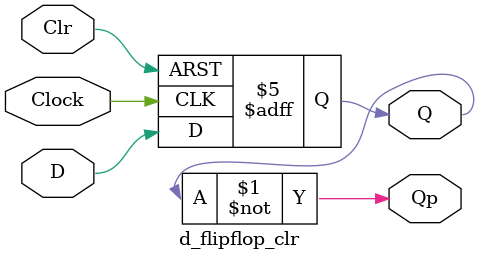
<source format=v>
/*rising edge
*/
module d_flipflop_clr(output Q,output Qp,input Clock,input D,input Clr);
    reg Q = 0;
    wire Qp = ~Q;

    always @(posedge Clock or negedge Clr)
        if( !Clr )
            Q<= 0;
        else
            Q <= D;
endmodule

</source>
